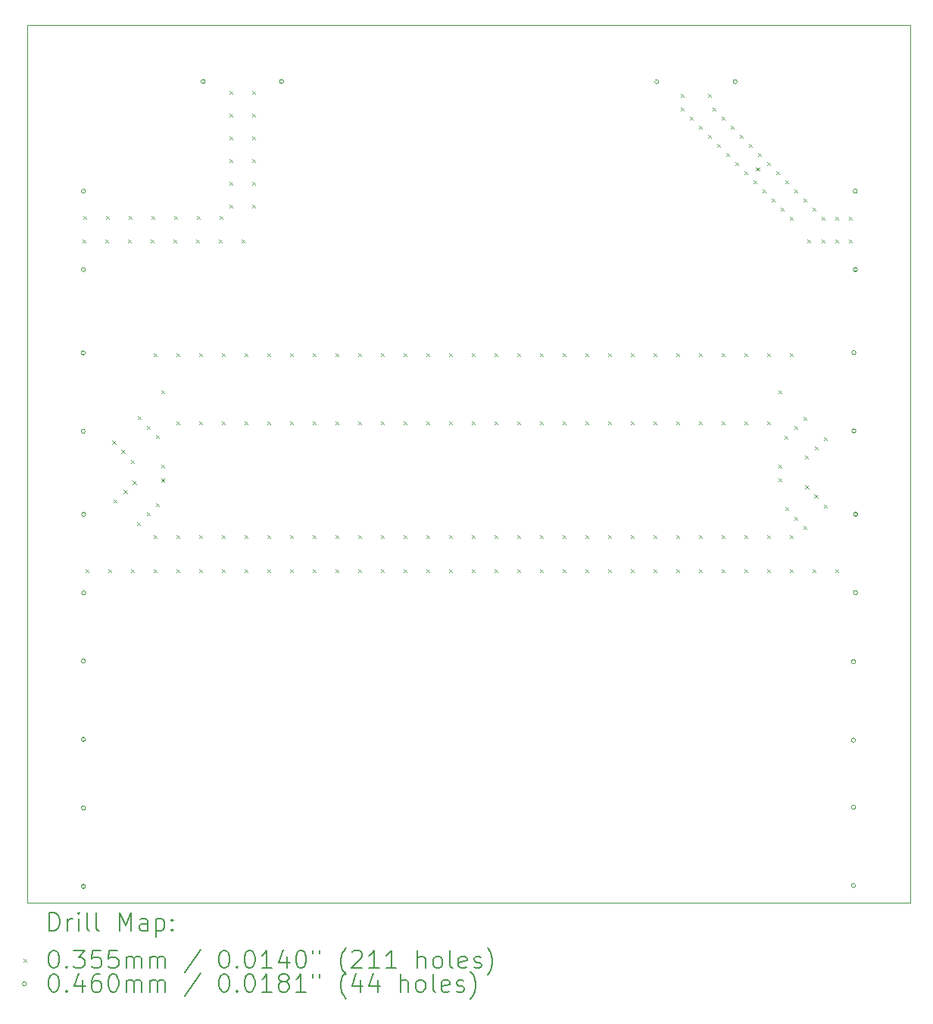
<source format=gbr>
%FSLAX45Y45*%
G04 Gerber Fmt 4.5, Leading zero omitted, Abs format (unit mm)*
G04 Created by KiCad (PCBNEW (6.0.1)) date 2022-06-06 21:42:32*
%MOMM*%
%LPD*%
G01*
G04 APERTURE LIST*
%TA.AperFunction,Profile*%
%ADD10C,0.100000*%
%TD*%
%ADD11C,0.200000*%
%ADD12C,0.035500*%
%ADD13C,0.046000*%
G04 APERTURE END LIST*
D10*
X5422900Y-6474460D02*
X15298420Y-6474460D01*
X15298420Y-6474460D02*
X15298420Y-16276320D01*
X15298420Y-16276320D02*
X5422900Y-16276320D01*
X5422900Y-16276320D02*
X5422900Y-6474460D01*
D11*
D12*
X6045650Y-8870910D02*
X6081150Y-8906410D01*
X6081150Y-8870910D02*
X6045650Y-8906410D01*
X6048750Y-8605610D02*
X6084250Y-8641110D01*
X6084250Y-8605610D02*
X6048750Y-8641110D01*
X6078250Y-12555250D02*
X6113750Y-12590750D01*
X6113750Y-12555250D02*
X6078250Y-12590750D01*
X6299650Y-8870910D02*
X6335150Y-8906410D01*
X6335150Y-8870910D02*
X6299650Y-8906410D01*
X6302750Y-8605610D02*
X6338250Y-8641110D01*
X6338250Y-8605610D02*
X6302750Y-8641110D01*
X6332250Y-12555250D02*
X6367750Y-12590750D01*
X6367750Y-12555250D02*
X6332250Y-12590750D01*
X6377650Y-11117650D02*
X6413150Y-11153150D01*
X6413150Y-11117650D02*
X6377650Y-11153150D01*
X6392490Y-11774295D02*
X6427990Y-11809795D01*
X6427990Y-11774295D02*
X6392490Y-11809795D01*
X6479250Y-11219250D02*
X6514750Y-11254750D01*
X6514750Y-11219250D02*
X6479250Y-11254750D01*
X6504250Y-11668250D02*
X6539750Y-11703750D01*
X6539750Y-11668250D02*
X6504250Y-11703750D01*
X6553650Y-8870910D02*
X6589150Y-8906410D01*
X6589150Y-8870910D02*
X6553650Y-8906410D01*
X6556750Y-8605610D02*
X6592250Y-8641110D01*
X6592250Y-8605610D02*
X6556750Y-8641110D01*
X6585295Y-11331010D02*
X6620795Y-11366510D01*
X6620795Y-11331010D02*
X6585295Y-11366510D01*
X6586250Y-12555250D02*
X6621750Y-12590750D01*
X6621750Y-12555250D02*
X6586250Y-12590750D01*
X6605850Y-11566650D02*
X6641350Y-11602150D01*
X6641350Y-11566650D02*
X6605850Y-11602150D01*
X6652290Y-12026295D02*
X6687790Y-12061795D01*
X6687790Y-12026295D02*
X6652290Y-12061795D01*
X6658005Y-10843290D02*
X6693505Y-10878790D01*
X6693505Y-10843290D02*
X6658005Y-10878790D01*
X6764050Y-10955050D02*
X6799550Y-10990550D01*
X6799550Y-10955050D02*
X6764050Y-10990550D01*
X6764050Y-11920250D02*
X6799550Y-11955750D01*
X6799550Y-11920250D02*
X6764050Y-11955750D01*
X6807650Y-8870910D02*
X6843150Y-8906410D01*
X6843150Y-8870910D02*
X6807650Y-8906410D01*
X6810750Y-8605610D02*
X6846250Y-8641110D01*
X6846250Y-8605610D02*
X6810750Y-8641110D01*
X6840250Y-10142250D02*
X6875750Y-10177750D01*
X6875750Y-10142250D02*
X6840250Y-10177750D01*
X6840250Y-12174250D02*
X6875750Y-12209750D01*
X6875750Y-12174250D02*
X6840250Y-12209750D01*
X6840250Y-12555250D02*
X6875750Y-12590750D01*
X6875750Y-12555250D02*
X6840250Y-12590750D01*
X6865650Y-11056650D02*
X6901150Y-11092150D01*
X6901150Y-11056650D02*
X6865650Y-11092150D01*
X6865650Y-11818650D02*
X6901150Y-11854150D01*
X6901150Y-11818650D02*
X6865650Y-11854150D01*
X6925250Y-10558250D02*
X6960750Y-10593750D01*
X6960750Y-10558250D02*
X6925250Y-10593750D01*
X6925340Y-11541155D02*
X6960840Y-11576655D01*
X6960840Y-11541155D02*
X6925340Y-11576655D01*
X6925975Y-11385580D02*
X6961475Y-11421080D01*
X6961475Y-11385580D02*
X6925975Y-11421080D01*
X7061650Y-8870910D02*
X7097150Y-8906410D01*
X7097150Y-8870910D02*
X7061650Y-8906410D01*
X7064750Y-8605610D02*
X7100250Y-8641110D01*
X7100250Y-8605610D02*
X7064750Y-8641110D01*
X7094250Y-10142250D02*
X7129750Y-10177750D01*
X7129750Y-10142250D02*
X7094250Y-10177750D01*
X7094250Y-10904250D02*
X7129750Y-10939750D01*
X7129750Y-10904250D02*
X7094250Y-10939750D01*
X7094250Y-12174250D02*
X7129750Y-12209750D01*
X7129750Y-12174250D02*
X7094250Y-12209750D01*
X7094250Y-12555250D02*
X7129750Y-12590750D01*
X7129750Y-12555250D02*
X7094250Y-12590750D01*
X7315650Y-8870910D02*
X7351150Y-8906410D01*
X7351150Y-8870910D02*
X7315650Y-8906410D01*
X7318750Y-8605610D02*
X7354250Y-8641110D01*
X7354250Y-8605610D02*
X7318750Y-8641110D01*
X7348250Y-10142250D02*
X7383750Y-10177750D01*
X7383750Y-10142250D02*
X7348250Y-10177750D01*
X7348250Y-10904250D02*
X7383750Y-10939750D01*
X7383750Y-10904250D02*
X7348250Y-10939750D01*
X7348250Y-12174250D02*
X7383750Y-12209750D01*
X7383750Y-12174250D02*
X7348250Y-12209750D01*
X7348250Y-12555250D02*
X7383750Y-12590750D01*
X7383750Y-12555250D02*
X7348250Y-12590750D01*
X7569650Y-8870910D02*
X7605150Y-8906410D01*
X7605150Y-8870910D02*
X7569650Y-8906410D01*
X7572750Y-8605610D02*
X7608250Y-8641110D01*
X7608250Y-8605610D02*
X7572750Y-8641110D01*
X7602250Y-10142250D02*
X7637750Y-10177750D01*
X7637750Y-10142250D02*
X7602250Y-10177750D01*
X7602250Y-10904250D02*
X7637750Y-10939750D01*
X7637750Y-10904250D02*
X7602250Y-10939750D01*
X7602250Y-12174250D02*
X7637750Y-12209750D01*
X7637750Y-12174250D02*
X7602250Y-12209750D01*
X7602250Y-12555250D02*
X7637750Y-12590750D01*
X7637750Y-12555250D02*
X7602250Y-12590750D01*
X7686350Y-7213310D02*
X7721850Y-7248810D01*
X7721850Y-7213310D02*
X7686350Y-7248810D01*
X7686350Y-7467310D02*
X7721850Y-7502810D01*
X7721850Y-7467310D02*
X7686350Y-7502810D01*
X7686350Y-7721310D02*
X7721850Y-7756810D01*
X7721850Y-7721310D02*
X7686350Y-7756810D01*
X7686350Y-7975310D02*
X7721850Y-8010810D01*
X7721850Y-7975310D02*
X7686350Y-8010810D01*
X7686350Y-8229310D02*
X7721850Y-8264810D01*
X7721850Y-8229310D02*
X7686350Y-8264810D01*
X7686350Y-8483310D02*
X7721850Y-8518810D01*
X7721850Y-8483310D02*
X7686350Y-8518810D01*
X7823650Y-8870910D02*
X7859150Y-8906410D01*
X7859150Y-8870910D02*
X7823650Y-8906410D01*
X7856250Y-10142250D02*
X7891750Y-10177750D01*
X7891750Y-10142250D02*
X7856250Y-10177750D01*
X7856250Y-10904250D02*
X7891750Y-10939750D01*
X7891750Y-10904250D02*
X7856250Y-10939750D01*
X7856250Y-12174250D02*
X7891750Y-12209750D01*
X7891750Y-12174250D02*
X7856250Y-12209750D01*
X7856250Y-12555250D02*
X7891750Y-12590750D01*
X7891750Y-12555250D02*
X7856250Y-12590750D01*
X7939650Y-7213010D02*
X7975150Y-7248510D01*
X7975150Y-7213010D02*
X7939650Y-7248510D01*
X7939650Y-7467010D02*
X7975150Y-7502510D01*
X7975150Y-7467010D02*
X7939650Y-7502510D01*
X7939650Y-7721010D02*
X7975150Y-7756510D01*
X7975150Y-7721010D02*
X7939650Y-7756510D01*
X7939650Y-7975010D02*
X7975150Y-8010510D01*
X7975150Y-7975010D02*
X7939650Y-8010510D01*
X7939650Y-8229010D02*
X7975150Y-8264510D01*
X7975150Y-8229010D02*
X7939650Y-8264510D01*
X7939650Y-8483010D02*
X7975150Y-8518510D01*
X7975150Y-8483010D02*
X7939650Y-8518510D01*
X8110250Y-10142250D02*
X8145750Y-10177750D01*
X8145750Y-10142250D02*
X8110250Y-10177750D01*
X8110250Y-10904250D02*
X8145750Y-10939750D01*
X8145750Y-10904250D02*
X8110250Y-10939750D01*
X8110250Y-12174250D02*
X8145750Y-12209750D01*
X8145750Y-12174250D02*
X8110250Y-12209750D01*
X8110250Y-12555250D02*
X8145750Y-12590750D01*
X8145750Y-12555250D02*
X8110250Y-12590750D01*
X8364250Y-10142250D02*
X8399750Y-10177750D01*
X8399750Y-10142250D02*
X8364250Y-10177750D01*
X8364250Y-10904250D02*
X8399750Y-10939750D01*
X8399750Y-10904250D02*
X8364250Y-10939750D01*
X8364250Y-12174250D02*
X8399750Y-12209750D01*
X8399750Y-12174250D02*
X8364250Y-12209750D01*
X8364250Y-12555250D02*
X8399750Y-12590750D01*
X8399750Y-12555250D02*
X8364250Y-12590750D01*
X8618250Y-10142250D02*
X8653750Y-10177750D01*
X8653750Y-10142250D02*
X8618250Y-10177750D01*
X8618250Y-10904250D02*
X8653750Y-10939750D01*
X8653750Y-10904250D02*
X8618250Y-10939750D01*
X8618250Y-12174250D02*
X8653750Y-12209750D01*
X8653750Y-12174250D02*
X8618250Y-12209750D01*
X8618250Y-12555250D02*
X8653750Y-12590750D01*
X8653750Y-12555250D02*
X8618250Y-12590750D01*
X8872250Y-10142250D02*
X8907750Y-10177750D01*
X8907750Y-10142250D02*
X8872250Y-10177750D01*
X8872250Y-10904250D02*
X8907750Y-10939750D01*
X8907750Y-10904250D02*
X8872250Y-10939750D01*
X8872250Y-12174250D02*
X8907750Y-12209750D01*
X8907750Y-12174250D02*
X8872250Y-12209750D01*
X8872250Y-12555250D02*
X8907750Y-12590750D01*
X8907750Y-12555250D02*
X8872250Y-12590750D01*
X9126250Y-10142250D02*
X9161750Y-10177750D01*
X9161750Y-10142250D02*
X9126250Y-10177750D01*
X9126250Y-10904250D02*
X9161750Y-10939750D01*
X9161750Y-10904250D02*
X9126250Y-10939750D01*
X9126250Y-12174250D02*
X9161750Y-12209750D01*
X9161750Y-12174250D02*
X9126250Y-12209750D01*
X9126250Y-12555250D02*
X9161750Y-12590750D01*
X9161750Y-12555250D02*
X9126250Y-12590750D01*
X9380250Y-10142250D02*
X9415750Y-10177750D01*
X9415750Y-10142250D02*
X9380250Y-10177750D01*
X9380250Y-10904250D02*
X9415750Y-10939750D01*
X9415750Y-10904250D02*
X9380250Y-10939750D01*
X9380250Y-12174250D02*
X9415750Y-12209750D01*
X9415750Y-12174250D02*
X9380250Y-12209750D01*
X9380250Y-12555250D02*
X9415750Y-12590750D01*
X9415750Y-12555250D02*
X9380250Y-12590750D01*
X9634250Y-10142250D02*
X9669750Y-10177750D01*
X9669750Y-10142250D02*
X9634250Y-10177750D01*
X9634250Y-10904250D02*
X9669750Y-10939750D01*
X9669750Y-10904250D02*
X9634250Y-10939750D01*
X9634250Y-12174250D02*
X9669750Y-12209750D01*
X9669750Y-12174250D02*
X9634250Y-12209750D01*
X9634250Y-12555250D02*
X9669750Y-12590750D01*
X9669750Y-12555250D02*
X9634250Y-12590750D01*
X9888250Y-10142250D02*
X9923750Y-10177750D01*
X9923750Y-10142250D02*
X9888250Y-10177750D01*
X9888250Y-10904250D02*
X9923750Y-10939750D01*
X9923750Y-10904250D02*
X9888250Y-10939750D01*
X9888250Y-12174250D02*
X9923750Y-12209750D01*
X9923750Y-12174250D02*
X9888250Y-12209750D01*
X9888250Y-12555250D02*
X9923750Y-12590750D01*
X9923750Y-12555250D02*
X9888250Y-12590750D01*
X10142250Y-10142250D02*
X10177750Y-10177750D01*
X10177750Y-10142250D02*
X10142250Y-10177750D01*
X10142250Y-10904250D02*
X10177750Y-10939750D01*
X10177750Y-10904250D02*
X10142250Y-10939750D01*
X10142250Y-12174250D02*
X10177750Y-12209750D01*
X10177750Y-12174250D02*
X10142250Y-12209750D01*
X10142250Y-12555250D02*
X10177750Y-12590750D01*
X10177750Y-12555250D02*
X10142250Y-12590750D01*
X10396250Y-10142250D02*
X10431750Y-10177750D01*
X10431750Y-10142250D02*
X10396250Y-10177750D01*
X10396250Y-10904250D02*
X10431750Y-10939750D01*
X10431750Y-10904250D02*
X10396250Y-10939750D01*
X10396250Y-12174250D02*
X10431750Y-12209750D01*
X10431750Y-12174250D02*
X10396250Y-12209750D01*
X10396250Y-12555250D02*
X10431750Y-12590750D01*
X10431750Y-12555250D02*
X10396250Y-12590750D01*
X10650250Y-10142250D02*
X10685750Y-10177750D01*
X10685750Y-10142250D02*
X10650250Y-10177750D01*
X10650250Y-10904250D02*
X10685750Y-10939750D01*
X10685750Y-10904250D02*
X10650250Y-10939750D01*
X10650250Y-12174250D02*
X10685750Y-12209750D01*
X10685750Y-12174250D02*
X10650250Y-12209750D01*
X10650250Y-12555250D02*
X10685750Y-12590750D01*
X10685750Y-12555250D02*
X10650250Y-12590750D01*
X10904250Y-10142250D02*
X10939750Y-10177750D01*
X10939750Y-10142250D02*
X10904250Y-10177750D01*
X10904250Y-10904250D02*
X10939750Y-10939750D01*
X10939750Y-10904250D02*
X10904250Y-10939750D01*
X10904250Y-12174250D02*
X10939750Y-12209750D01*
X10939750Y-12174250D02*
X10904250Y-12209750D01*
X10904250Y-12555250D02*
X10939750Y-12590750D01*
X10939750Y-12555250D02*
X10904250Y-12590750D01*
X11158250Y-10142250D02*
X11193750Y-10177750D01*
X11193750Y-10142250D02*
X11158250Y-10177750D01*
X11158250Y-10904250D02*
X11193750Y-10939750D01*
X11193750Y-10904250D02*
X11158250Y-10939750D01*
X11158250Y-12174250D02*
X11193750Y-12209750D01*
X11193750Y-12174250D02*
X11158250Y-12209750D01*
X11158250Y-12555250D02*
X11193750Y-12590750D01*
X11193750Y-12555250D02*
X11158250Y-12590750D01*
X11412250Y-10142250D02*
X11447750Y-10177750D01*
X11447750Y-10142250D02*
X11412250Y-10177750D01*
X11412250Y-10904250D02*
X11447750Y-10939750D01*
X11447750Y-10904250D02*
X11412250Y-10939750D01*
X11412250Y-12174250D02*
X11447750Y-12209750D01*
X11447750Y-12174250D02*
X11412250Y-12209750D01*
X11412250Y-12555250D02*
X11447750Y-12590750D01*
X11447750Y-12555250D02*
X11412250Y-12590750D01*
X11666250Y-10142250D02*
X11701750Y-10177750D01*
X11701750Y-10142250D02*
X11666250Y-10177750D01*
X11666250Y-10904250D02*
X11701750Y-10939750D01*
X11701750Y-10904250D02*
X11666250Y-10939750D01*
X11666250Y-12174250D02*
X11701750Y-12209750D01*
X11701750Y-12174250D02*
X11666250Y-12209750D01*
X11666250Y-12555250D02*
X11701750Y-12590750D01*
X11701750Y-12555250D02*
X11666250Y-12590750D01*
X11920250Y-10142250D02*
X11955750Y-10177750D01*
X11955750Y-10142250D02*
X11920250Y-10177750D01*
X11920250Y-10904250D02*
X11955750Y-10939750D01*
X11955750Y-10904250D02*
X11920250Y-10939750D01*
X11920250Y-12174250D02*
X11955750Y-12209750D01*
X11955750Y-12174250D02*
X11920250Y-12209750D01*
X11920250Y-12555250D02*
X11955750Y-12590750D01*
X11955750Y-12555250D02*
X11920250Y-12590750D01*
X12174250Y-10142250D02*
X12209750Y-10177750D01*
X12209750Y-10142250D02*
X12174250Y-10177750D01*
X12174250Y-10904250D02*
X12209750Y-10939750D01*
X12209750Y-10904250D02*
X12174250Y-10939750D01*
X12174250Y-12174250D02*
X12209750Y-12209750D01*
X12209750Y-12174250D02*
X12174250Y-12209750D01*
X12174250Y-12555250D02*
X12209750Y-12590750D01*
X12209750Y-12555250D02*
X12174250Y-12590750D01*
X12428250Y-10142250D02*
X12463750Y-10177750D01*
X12463750Y-10142250D02*
X12428250Y-10177750D01*
X12428250Y-10904250D02*
X12463750Y-10939750D01*
X12463750Y-10904250D02*
X12428250Y-10939750D01*
X12428250Y-12174250D02*
X12463750Y-12209750D01*
X12463750Y-12174250D02*
X12428250Y-12209750D01*
X12428250Y-12555250D02*
X12463750Y-12590750D01*
X12463750Y-12555250D02*
X12428250Y-12590750D01*
X12682250Y-10142250D02*
X12717750Y-10177750D01*
X12717750Y-10142250D02*
X12682250Y-10177750D01*
X12682250Y-10904250D02*
X12717750Y-10939750D01*
X12717750Y-10904250D02*
X12682250Y-10939750D01*
X12682250Y-12174250D02*
X12717750Y-12209750D01*
X12717750Y-12174250D02*
X12682250Y-12209750D01*
X12682250Y-12555250D02*
X12717750Y-12590750D01*
X12717750Y-12555250D02*
X12682250Y-12590750D01*
X12733050Y-7246650D02*
X12768550Y-7282150D01*
X12768550Y-7246650D02*
X12733050Y-7282150D01*
X12733050Y-7399050D02*
X12768550Y-7434550D01*
X12768550Y-7399050D02*
X12733050Y-7434550D01*
X12834650Y-7500650D02*
X12870150Y-7536150D01*
X12870150Y-7500650D02*
X12834650Y-7536150D01*
X12936250Y-7602250D02*
X12971750Y-7637750D01*
X12971750Y-7602250D02*
X12936250Y-7637750D01*
X12936250Y-10142250D02*
X12971750Y-10177750D01*
X12971750Y-10142250D02*
X12936250Y-10177750D01*
X12936250Y-10904250D02*
X12971750Y-10939750D01*
X12971750Y-10904250D02*
X12936250Y-10939750D01*
X12936250Y-12174250D02*
X12971750Y-12209750D01*
X12971750Y-12174250D02*
X12936250Y-12209750D01*
X12936250Y-12555250D02*
X12971750Y-12590750D01*
X12971750Y-12555250D02*
X12936250Y-12590750D01*
X13037850Y-7246650D02*
X13073350Y-7282150D01*
X13073350Y-7246650D02*
X13037850Y-7282150D01*
X13037850Y-7703850D02*
X13073350Y-7739350D01*
X13073350Y-7703850D02*
X13037850Y-7739350D01*
X13088650Y-7399050D02*
X13124150Y-7434550D01*
X13124150Y-7399050D02*
X13088650Y-7434550D01*
X13139450Y-7805450D02*
X13174950Y-7840950D01*
X13174950Y-7805450D02*
X13139450Y-7840950D01*
X13190250Y-7500650D02*
X13225750Y-7536150D01*
X13225750Y-7500650D02*
X13190250Y-7536150D01*
X13190250Y-10142250D02*
X13225750Y-10177750D01*
X13225750Y-10142250D02*
X13190250Y-10177750D01*
X13190250Y-10904250D02*
X13225750Y-10939750D01*
X13225750Y-10904250D02*
X13190250Y-10939750D01*
X13190250Y-12174250D02*
X13225750Y-12209750D01*
X13225750Y-12174250D02*
X13190250Y-12209750D01*
X13190250Y-12555250D02*
X13225750Y-12590750D01*
X13225750Y-12555250D02*
X13190250Y-12590750D01*
X13241050Y-7907050D02*
X13276550Y-7942550D01*
X13276550Y-7907050D02*
X13241050Y-7942550D01*
X13291850Y-7602250D02*
X13327350Y-7637750D01*
X13327350Y-7602250D02*
X13291850Y-7637750D01*
X13342650Y-8008650D02*
X13378150Y-8044150D01*
X13378150Y-8008650D02*
X13342650Y-8044150D01*
X13393450Y-7703850D02*
X13428950Y-7739350D01*
X13428950Y-7703850D02*
X13393450Y-7739350D01*
X13444250Y-8110250D02*
X13479750Y-8145750D01*
X13479750Y-8110250D02*
X13444250Y-8145750D01*
X13444250Y-10142250D02*
X13479750Y-10177750D01*
X13479750Y-10142250D02*
X13444250Y-10177750D01*
X13444250Y-10904250D02*
X13479750Y-10939750D01*
X13479750Y-10904250D02*
X13444250Y-10939750D01*
X13444250Y-12174250D02*
X13479750Y-12209750D01*
X13479750Y-12174250D02*
X13444250Y-12209750D01*
X13444250Y-12555250D02*
X13479750Y-12590750D01*
X13479750Y-12555250D02*
X13444250Y-12590750D01*
X13495050Y-7805450D02*
X13530550Y-7840950D01*
X13530550Y-7805450D02*
X13495050Y-7840950D01*
X13545850Y-8211850D02*
X13581350Y-8247350D01*
X13581350Y-8211850D02*
X13545850Y-8247350D01*
X13574750Y-8066750D02*
X13610250Y-8102250D01*
X13610250Y-8066750D02*
X13574750Y-8102250D01*
X13596650Y-7907050D02*
X13632150Y-7942550D01*
X13632150Y-7907050D02*
X13596650Y-7942550D01*
X13647450Y-8313450D02*
X13682950Y-8348950D01*
X13682950Y-8313450D02*
X13647450Y-8348950D01*
X13698250Y-8008650D02*
X13733750Y-8044150D01*
X13733750Y-8008650D02*
X13698250Y-8044150D01*
X13698250Y-10142250D02*
X13733750Y-10177750D01*
X13733750Y-10142250D02*
X13698250Y-10177750D01*
X13698250Y-10904250D02*
X13733750Y-10939750D01*
X13733750Y-10904250D02*
X13698250Y-10939750D01*
X13698250Y-12174250D02*
X13733750Y-12209750D01*
X13733750Y-12174250D02*
X13698250Y-12209750D01*
X13698250Y-12555250D02*
X13733750Y-12590750D01*
X13733750Y-12555250D02*
X13698250Y-12590750D01*
X13749050Y-8415050D02*
X13784550Y-8450550D01*
X13784550Y-8415050D02*
X13749050Y-8450550D01*
X13799850Y-8110250D02*
X13835350Y-8145750D01*
X13835350Y-8110250D02*
X13799850Y-8145750D01*
X13822075Y-11539885D02*
X13857575Y-11575385D01*
X13857575Y-11539885D02*
X13822075Y-11575385D01*
X13822250Y-10558250D02*
X13857750Y-10593750D01*
X13857750Y-10558250D02*
X13822250Y-10593750D01*
X13822710Y-11384310D02*
X13858210Y-11419810D01*
X13858210Y-11384310D02*
X13822710Y-11419810D01*
X13850650Y-8516650D02*
X13886150Y-8552150D01*
X13886150Y-8516650D02*
X13850650Y-8552150D01*
X13891290Y-11061095D02*
X13926790Y-11096595D01*
X13926790Y-11061095D02*
X13891290Y-11096595D01*
X13897005Y-11859290D02*
X13932505Y-11894790D01*
X13932505Y-11859290D02*
X13897005Y-11894790D01*
X13901450Y-8211850D02*
X13936950Y-8247350D01*
X13936950Y-8211850D02*
X13901450Y-8247350D01*
X13952250Y-8618250D02*
X13987750Y-8653750D01*
X13987750Y-8618250D02*
X13952250Y-8653750D01*
X13952250Y-10142250D02*
X13987750Y-10177750D01*
X13987750Y-10142250D02*
X13952250Y-10177750D01*
X13952250Y-12174250D02*
X13987750Y-12209750D01*
X13987750Y-12174250D02*
X13952250Y-12209750D01*
X13952250Y-12555250D02*
X13987750Y-12590750D01*
X13987750Y-12555250D02*
X13952250Y-12590750D01*
X14003050Y-8313450D02*
X14038550Y-8348950D01*
X14038550Y-8313450D02*
X14003050Y-8348950D01*
X14003050Y-10955050D02*
X14038550Y-10990550D01*
X14038550Y-10955050D02*
X14003050Y-10990550D01*
X14003050Y-11971050D02*
X14038550Y-12006550D01*
X14038550Y-11971050D02*
X14003050Y-12006550D01*
X14104650Y-8415050D02*
X14140150Y-8450550D01*
X14140150Y-8415050D02*
X14104650Y-8450550D01*
X14104650Y-10853450D02*
X14140150Y-10888950D01*
X14140150Y-10853450D02*
X14104650Y-10888950D01*
X14104650Y-12072650D02*
X14140150Y-12108150D01*
X14140150Y-12072650D02*
X14104650Y-12108150D01*
X14120490Y-11286295D02*
X14155990Y-11321795D01*
X14155990Y-11286295D02*
X14120490Y-11321795D01*
X14124650Y-11618650D02*
X14160150Y-11654150D01*
X14160150Y-11618650D02*
X14124650Y-11654150D01*
X14147150Y-8872550D02*
X14182650Y-8908050D01*
X14182650Y-8872550D02*
X14147150Y-8908050D01*
X14206250Y-8516650D02*
X14241750Y-8552150D01*
X14241750Y-8516650D02*
X14206250Y-8552150D01*
X14206250Y-12555250D02*
X14241750Y-12590750D01*
X14241750Y-12555250D02*
X14206250Y-12590750D01*
X14226250Y-11720250D02*
X14261750Y-11755750D01*
X14261750Y-11720250D02*
X14226250Y-11755750D01*
X14232250Y-11180250D02*
X14267750Y-11215750D01*
X14267750Y-11180250D02*
X14232250Y-11215750D01*
X14307850Y-8618250D02*
X14343350Y-8653750D01*
X14343350Y-8618250D02*
X14307850Y-8653750D01*
X14307850Y-8872250D02*
X14343350Y-8907750D01*
X14343350Y-8872250D02*
X14307850Y-8907750D01*
X14332295Y-11832010D02*
X14367795Y-11867510D01*
X14367795Y-11832010D02*
X14332295Y-11867510D01*
X14333850Y-11078650D02*
X14369350Y-11114150D01*
X14369350Y-11078650D02*
X14333850Y-11114150D01*
X14460250Y-8618250D02*
X14495750Y-8653750D01*
X14495750Y-8618250D02*
X14460250Y-8653750D01*
X14460250Y-8872250D02*
X14495750Y-8907750D01*
X14495750Y-8872250D02*
X14460250Y-8907750D01*
X14460250Y-12555250D02*
X14495750Y-12590750D01*
X14495750Y-12555250D02*
X14460250Y-12590750D01*
X14612650Y-8618250D02*
X14648150Y-8653750D01*
X14648150Y-8618250D02*
X14612650Y-8653750D01*
X14612650Y-8872250D02*
X14648150Y-8907750D01*
X14648150Y-8872250D02*
X14612650Y-8907750D01*
D13*
X6073745Y-10137290D02*
G75*
G03*
X6073745Y-10137290I-23000J0D01*
G01*
X6073745Y-11013290D02*
G75*
G03*
X6073745Y-11013290I-23000J0D01*
G01*
X6074345Y-10137290D02*
G75*
G03*
X6074345Y-10137290I-23000J0D01*
G01*
X6074345Y-11013290D02*
G75*
G03*
X6074345Y-11013290I-23000J0D01*
G01*
X6075700Y-13581680D02*
G75*
G03*
X6075700Y-13581680I-23000J0D01*
G01*
X6075700Y-14457680D02*
G75*
G03*
X6075700Y-14457680I-23000J0D01*
G01*
X6076200Y-8331500D02*
G75*
G03*
X6076200Y-8331500I-23000J0D01*
G01*
X6076200Y-9207500D02*
G75*
G03*
X6076200Y-9207500I-23000J0D01*
G01*
X6076285Y-15220465D02*
G75*
G03*
X6076285Y-15220465I-23000J0D01*
G01*
X6076285Y-16096465D02*
G75*
G03*
X6076285Y-16096465I-23000J0D01*
G01*
X6076370Y-13578990D02*
G75*
G03*
X6076370Y-13578990I-23000J0D01*
G01*
X6076370Y-14454990D02*
G75*
G03*
X6076370Y-14454990I-23000J0D01*
G01*
X6076700Y-8331400D02*
G75*
G03*
X6076700Y-8331400I-23000J0D01*
G01*
X6076700Y-9207400D02*
G75*
G03*
X6076700Y-9207400I-23000J0D01*
G01*
X6078240Y-15222520D02*
G75*
G03*
X6078240Y-15222520I-23000J0D01*
G01*
X6078240Y-16098520D02*
G75*
G03*
X6078240Y-16098520I-23000J0D01*
G01*
X6079900Y-11942100D02*
G75*
G03*
X6079900Y-11942100I-23000J0D01*
G01*
X6079900Y-12818100D02*
G75*
G03*
X6079900Y-12818100I-23000J0D01*
G01*
X6080060Y-11942000D02*
G75*
G03*
X6080060Y-11942000I-23000J0D01*
G01*
X6080060Y-12818000D02*
G75*
G03*
X6080060Y-12818000I-23000J0D01*
G01*
X7415500Y-7106400D02*
G75*
G03*
X7415500Y-7106400I-23000J0D01*
G01*
X8291500Y-7106400D02*
G75*
G03*
X8291500Y-7106400I-23000J0D01*
G01*
X12486800Y-7107500D02*
G75*
G03*
X12486800Y-7107500I-23000J0D01*
G01*
X13362800Y-7107500D02*
G75*
G03*
X13362800Y-7107500I-23000J0D01*
G01*
X14685320Y-13589300D02*
G75*
G03*
X14685320Y-13589300I-23000J0D01*
G01*
X14685320Y-14465300D02*
G75*
G03*
X14685320Y-14465300I-23000J0D01*
G01*
X14685320Y-15212360D02*
G75*
G03*
X14685320Y-15212360I-23000J0D01*
G01*
X14685320Y-16088360D02*
G75*
G03*
X14685320Y-16088360I-23000J0D01*
G01*
X14685870Y-13587880D02*
G75*
G03*
X14685870Y-13587880I-23000J0D01*
G01*
X14685870Y-14463880D02*
G75*
G03*
X14685870Y-14463880I-23000J0D01*
G01*
X14685990Y-15212210D02*
G75*
G03*
X14685990Y-15212210I-23000J0D01*
G01*
X14685990Y-16088210D02*
G75*
G03*
X14685990Y-16088210I-23000J0D01*
G01*
X14690435Y-10133480D02*
G75*
G03*
X14690435Y-10133480I-23000J0D01*
G01*
X14690435Y-10134115D02*
G75*
G03*
X14690435Y-10134115I-23000J0D01*
G01*
X14690435Y-11009480D02*
G75*
G03*
X14690435Y-11009480I-23000J0D01*
G01*
X14690435Y-11010115D02*
G75*
G03*
X14690435Y-11010115I-23000J0D01*
G01*
X14706400Y-8331400D02*
G75*
G03*
X14706400Y-8331400I-23000J0D01*
G01*
X14706400Y-9207400D02*
G75*
G03*
X14706400Y-9207400I-23000J0D01*
G01*
X14706500Y-8330200D02*
G75*
G03*
X14706500Y-8330200I-23000J0D01*
G01*
X14706500Y-9206200D02*
G75*
G03*
X14706500Y-9206200I-23000J0D01*
G01*
X14708730Y-11939420D02*
G75*
G03*
X14708730Y-11939420I-23000J0D01*
G01*
X14708730Y-12815420D02*
G75*
G03*
X14708730Y-12815420I-23000J0D01*
G01*
X14709485Y-11941960D02*
G75*
G03*
X14709485Y-11941960I-23000J0D01*
G01*
X14709485Y-12817960D02*
G75*
G03*
X14709485Y-12817960I-23000J0D01*
G01*
D11*
X5675519Y-16591796D02*
X5675519Y-16391796D01*
X5723138Y-16391796D01*
X5751709Y-16401320D01*
X5770757Y-16420368D01*
X5780281Y-16439415D01*
X5789805Y-16477510D01*
X5789805Y-16506082D01*
X5780281Y-16544177D01*
X5770757Y-16563225D01*
X5751709Y-16582272D01*
X5723138Y-16591796D01*
X5675519Y-16591796D01*
X5875519Y-16591796D02*
X5875519Y-16458463D01*
X5875519Y-16496558D02*
X5885043Y-16477510D01*
X5894567Y-16467987D01*
X5913614Y-16458463D01*
X5932662Y-16458463D01*
X5999328Y-16591796D02*
X5999328Y-16458463D01*
X5999328Y-16391796D02*
X5989805Y-16401320D01*
X5999328Y-16410844D01*
X6008852Y-16401320D01*
X5999328Y-16391796D01*
X5999328Y-16410844D01*
X6123138Y-16591796D02*
X6104090Y-16582272D01*
X6094567Y-16563225D01*
X6094567Y-16391796D01*
X6227900Y-16591796D02*
X6208852Y-16582272D01*
X6199328Y-16563225D01*
X6199328Y-16391796D01*
X6456471Y-16591796D02*
X6456471Y-16391796D01*
X6523138Y-16534653D01*
X6589805Y-16391796D01*
X6589805Y-16591796D01*
X6770757Y-16591796D02*
X6770757Y-16487034D01*
X6761233Y-16467987D01*
X6742186Y-16458463D01*
X6704090Y-16458463D01*
X6685043Y-16467987D01*
X6770757Y-16582272D02*
X6751709Y-16591796D01*
X6704090Y-16591796D01*
X6685043Y-16582272D01*
X6675519Y-16563225D01*
X6675519Y-16544177D01*
X6685043Y-16525129D01*
X6704090Y-16515606D01*
X6751709Y-16515606D01*
X6770757Y-16506082D01*
X6865995Y-16458463D02*
X6865995Y-16658463D01*
X6865995Y-16467987D02*
X6885043Y-16458463D01*
X6923138Y-16458463D01*
X6942186Y-16467987D01*
X6951709Y-16477510D01*
X6961233Y-16496558D01*
X6961233Y-16553701D01*
X6951709Y-16572748D01*
X6942186Y-16582272D01*
X6923138Y-16591796D01*
X6885043Y-16591796D01*
X6865995Y-16582272D01*
X7046948Y-16572748D02*
X7056471Y-16582272D01*
X7046948Y-16591796D01*
X7037424Y-16582272D01*
X7046948Y-16572748D01*
X7046948Y-16591796D01*
X7046948Y-16467987D02*
X7056471Y-16477510D01*
X7046948Y-16487034D01*
X7037424Y-16477510D01*
X7046948Y-16467987D01*
X7046948Y-16487034D01*
D12*
X5382400Y-16903570D02*
X5417900Y-16939070D01*
X5417900Y-16903570D02*
X5382400Y-16939070D01*
D11*
X5713614Y-16811796D02*
X5732662Y-16811796D01*
X5751709Y-16821320D01*
X5761233Y-16830844D01*
X5770757Y-16849891D01*
X5780281Y-16887987D01*
X5780281Y-16935606D01*
X5770757Y-16973701D01*
X5761233Y-16992749D01*
X5751709Y-17002272D01*
X5732662Y-17011796D01*
X5713614Y-17011796D01*
X5694567Y-17002272D01*
X5685043Y-16992749D01*
X5675519Y-16973701D01*
X5665995Y-16935606D01*
X5665995Y-16887987D01*
X5675519Y-16849891D01*
X5685043Y-16830844D01*
X5694567Y-16821320D01*
X5713614Y-16811796D01*
X5865995Y-16992749D02*
X5875519Y-17002272D01*
X5865995Y-17011796D01*
X5856471Y-17002272D01*
X5865995Y-16992749D01*
X5865995Y-17011796D01*
X5942186Y-16811796D02*
X6065995Y-16811796D01*
X5999328Y-16887987D01*
X6027900Y-16887987D01*
X6046948Y-16897510D01*
X6056471Y-16907034D01*
X6065995Y-16926082D01*
X6065995Y-16973701D01*
X6056471Y-16992749D01*
X6046948Y-17002272D01*
X6027900Y-17011796D01*
X5970757Y-17011796D01*
X5951709Y-17002272D01*
X5942186Y-16992749D01*
X6246948Y-16811796D02*
X6151709Y-16811796D01*
X6142186Y-16907034D01*
X6151709Y-16897510D01*
X6170757Y-16887987D01*
X6218376Y-16887987D01*
X6237424Y-16897510D01*
X6246948Y-16907034D01*
X6256471Y-16926082D01*
X6256471Y-16973701D01*
X6246948Y-16992749D01*
X6237424Y-17002272D01*
X6218376Y-17011796D01*
X6170757Y-17011796D01*
X6151709Y-17002272D01*
X6142186Y-16992749D01*
X6437424Y-16811796D02*
X6342186Y-16811796D01*
X6332662Y-16907034D01*
X6342186Y-16897510D01*
X6361233Y-16887987D01*
X6408852Y-16887987D01*
X6427900Y-16897510D01*
X6437424Y-16907034D01*
X6446948Y-16926082D01*
X6446948Y-16973701D01*
X6437424Y-16992749D01*
X6427900Y-17002272D01*
X6408852Y-17011796D01*
X6361233Y-17011796D01*
X6342186Y-17002272D01*
X6332662Y-16992749D01*
X6532662Y-17011796D02*
X6532662Y-16878463D01*
X6532662Y-16897510D02*
X6542186Y-16887987D01*
X6561233Y-16878463D01*
X6589805Y-16878463D01*
X6608852Y-16887987D01*
X6618376Y-16907034D01*
X6618376Y-17011796D01*
X6618376Y-16907034D02*
X6627900Y-16887987D01*
X6646948Y-16878463D01*
X6675519Y-16878463D01*
X6694567Y-16887987D01*
X6704090Y-16907034D01*
X6704090Y-17011796D01*
X6799328Y-17011796D02*
X6799328Y-16878463D01*
X6799328Y-16897510D02*
X6808852Y-16887987D01*
X6827900Y-16878463D01*
X6856471Y-16878463D01*
X6875519Y-16887987D01*
X6885043Y-16907034D01*
X6885043Y-17011796D01*
X6885043Y-16907034D02*
X6894567Y-16887987D01*
X6913614Y-16878463D01*
X6942186Y-16878463D01*
X6961233Y-16887987D01*
X6970757Y-16907034D01*
X6970757Y-17011796D01*
X7361233Y-16802272D02*
X7189805Y-17059415D01*
X7618376Y-16811796D02*
X7637424Y-16811796D01*
X7656471Y-16821320D01*
X7665995Y-16830844D01*
X7675519Y-16849891D01*
X7685043Y-16887987D01*
X7685043Y-16935606D01*
X7675519Y-16973701D01*
X7665995Y-16992749D01*
X7656471Y-17002272D01*
X7637424Y-17011796D01*
X7618376Y-17011796D01*
X7599328Y-17002272D01*
X7589805Y-16992749D01*
X7580281Y-16973701D01*
X7570757Y-16935606D01*
X7570757Y-16887987D01*
X7580281Y-16849891D01*
X7589805Y-16830844D01*
X7599328Y-16821320D01*
X7618376Y-16811796D01*
X7770757Y-16992749D02*
X7780281Y-17002272D01*
X7770757Y-17011796D01*
X7761233Y-17002272D01*
X7770757Y-16992749D01*
X7770757Y-17011796D01*
X7904090Y-16811796D02*
X7923138Y-16811796D01*
X7942186Y-16821320D01*
X7951709Y-16830844D01*
X7961233Y-16849891D01*
X7970757Y-16887987D01*
X7970757Y-16935606D01*
X7961233Y-16973701D01*
X7951709Y-16992749D01*
X7942186Y-17002272D01*
X7923138Y-17011796D01*
X7904090Y-17011796D01*
X7885043Y-17002272D01*
X7875519Y-16992749D01*
X7865995Y-16973701D01*
X7856471Y-16935606D01*
X7856471Y-16887987D01*
X7865995Y-16849891D01*
X7875519Y-16830844D01*
X7885043Y-16821320D01*
X7904090Y-16811796D01*
X8161233Y-17011796D02*
X8046948Y-17011796D01*
X8104090Y-17011796D02*
X8104090Y-16811796D01*
X8085043Y-16840368D01*
X8065995Y-16859415D01*
X8046948Y-16868939D01*
X8332662Y-16878463D02*
X8332662Y-17011796D01*
X8285043Y-16802272D02*
X8237424Y-16945130D01*
X8361233Y-16945130D01*
X8475519Y-16811796D02*
X8494567Y-16811796D01*
X8513614Y-16821320D01*
X8523138Y-16830844D01*
X8532662Y-16849891D01*
X8542186Y-16887987D01*
X8542186Y-16935606D01*
X8532662Y-16973701D01*
X8523138Y-16992749D01*
X8513614Y-17002272D01*
X8494567Y-17011796D01*
X8475519Y-17011796D01*
X8456471Y-17002272D01*
X8446948Y-16992749D01*
X8437424Y-16973701D01*
X8427900Y-16935606D01*
X8427900Y-16887987D01*
X8437424Y-16849891D01*
X8446948Y-16830844D01*
X8456471Y-16821320D01*
X8475519Y-16811796D01*
X8618376Y-16811796D02*
X8618376Y-16849891D01*
X8694567Y-16811796D02*
X8694567Y-16849891D01*
X8989805Y-17087987D02*
X8980281Y-17078463D01*
X8961233Y-17049891D01*
X8951710Y-17030844D01*
X8942186Y-17002272D01*
X8932662Y-16954653D01*
X8932662Y-16916558D01*
X8942186Y-16868939D01*
X8951710Y-16840368D01*
X8961233Y-16821320D01*
X8980281Y-16792749D01*
X8989805Y-16783225D01*
X9056471Y-16830844D02*
X9065995Y-16821320D01*
X9085043Y-16811796D01*
X9132662Y-16811796D01*
X9151710Y-16821320D01*
X9161233Y-16830844D01*
X9170757Y-16849891D01*
X9170757Y-16868939D01*
X9161233Y-16897510D01*
X9046948Y-17011796D01*
X9170757Y-17011796D01*
X9361233Y-17011796D02*
X9246948Y-17011796D01*
X9304090Y-17011796D02*
X9304090Y-16811796D01*
X9285043Y-16840368D01*
X9265995Y-16859415D01*
X9246948Y-16868939D01*
X9551710Y-17011796D02*
X9437424Y-17011796D01*
X9494567Y-17011796D02*
X9494567Y-16811796D01*
X9475519Y-16840368D01*
X9456471Y-16859415D01*
X9437424Y-16868939D01*
X9789805Y-17011796D02*
X9789805Y-16811796D01*
X9875519Y-17011796D02*
X9875519Y-16907034D01*
X9865995Y-16887987D01*
X9846948Y-16878463D01*
X9818376Y-16878463D01*
X9799329Y-16887987D01*
X9789805Y-16897510D01*
X9999329Y-17011796D02*
X9980281Y-17002272D01*
X9970757Y-16992749D01*
X9961233Y-16973701D01*
X9961233Y-16916558D01*
X9970757Y-16897510D01*
X9980281Y-16887987D01*
X9999329Y-16878463D01*
X10027900Y-16878463D01*
X10046948Y-16887987D01*
X10056471Y-16897510D01*
X10065995Y-16916558D01*
X10065995Y-16973701D01*
X10056471Y-16992749D01*
X10046948Y-17002272D01*
X10027900Y-17011796D01*
X9999329Y-17011796D01*
X10180281Y-17011796D02*
X10161233Y-17002272D01*
X10151710Y-16983225D01*
X10151710Y-16811796D01*
X10332662Y-17002272D02*
X10313614Y-17011796D01*
X10275519Y-17011796D01*
X10256471Y-17002272D01*
X10246948Y-16983225D01*
X10246948Y-16907034D01*
X10256471Y-16887987D01*
X10275519Y-16878463D01*
X10313614Y-16878463D01*
X10332662Y-16887987D01*
X10342186Y-16907034D01*
X10342186Y-16926082D01*
X10246948Y-16945130D01*
X10418376Y-17002272D02*
X10437424Y-17011796D01*
X10475519Y-17011796D01*
X10494567Y-17002272D01*
X10504090Y-16983225D01*
X10504090Y-16973701D01*
X10494567Y-16954653D01*
X10475519Y-16945130D01*
X10446948Y-16945130D01*
X10427900Y-16935606D01*
X10418376Y-16916558D01*
X10418376Y-16907034D01*
X10427900Y-16887987D01*
X10446948Y-16878463D01*
X10475519Y-16878463D01*
X10494567Y-16887987D01*
X10570757Y-17087987D02*
X10580281Y-17078463D01*
X10599329Y-17049891D01*
X10608852Y-17030844D01*
X10618376Y-17002272D01*
X10627900Y-16954653D01*
X10627900Y-16916558D01*
X10618376Y-16868939D01*
X10608852Y-16840368D01*
X10599329Y-16821320D01*
X10580281Y-16792749D01*
X10570757Y-16783225D01*
D13*
X5417900Y-17185320D02*
G75*
G03*
X5417900Y-17185320I-23000J0D01*
G01*
D11*
X5713614Y-17075796D02*
X5732662Y-17075796D01*
X5751709Y-17085320D01*
X5761233Y-17094844D01*
X5770757Y-17113891D01*
X5780281Y-17151987D01*
X5780281Y-17199606D01*
X5770757Y-17237701D01*
X5761233Y-17256749D01*
X5751709Y-17266272D01*
X5732662Y-17275796D01*
X5713614Y-17275796D01*
X5694567Y-17266272D01*
X5685043Y-17256749D01*
X5675519Y-17237701D01*
X5665995Y-17199606D01*
X5665995Y-17151987D01*
X5675519Y-17113891D01*
X5685043Y-17094844D01*
X5694567Y-17085320D01*
X5713614Y-17075796D01*
X5865995Y-17256749D02*
X5875519Y-17266272D01*
X5865995Y-17275796D01*
X5856471Y-17266272D01*
X5865995Y-17256749D01*
X5865995Y-17275796D01*
X6046948Y-17142463D02*
X6046948Y-17275796D01*
X5999328Y-17066272D02*
X5951709Y-17209130D01*
X6075519Y-17209130D01*
X6237424Y-17075796D02*
X6199328Y-17075796D01*
X6180281Y-17085320D01*
X6170757Y-17094844D01*
X6151709Y-17123415D01*
X6142186Y-17161510D01*
X6142186Y-17237701D01*
X6151709Y-17256749D01*
X6161233Y-17266272D01*
X6180281Y-17275796D01*
X6218376Y-17275796D01*
X6237424Y-17266272D01*
X6246948Y-17256749D01*
X6256471Y-17237701D01*
X6256471Y-17190082D01*
X6246948Y-17171034D01*
X6237424Y-17161510D01*
X6218376Y-17151987D01*
X6180281Y-17151987D01*
X6161233Y-17161510D01*
X6151709Y-17171034D01*
X6142186Y-17190082D01*
X6380281Y-17075796D02*
X6399328Y-17075796D01*
X6418376Y-17085320D01*
X6427900Y-17094844D01*
X6437424Y-17113891D01*
X6446948Y-17151987D01*
X6446948Y-17199606D01*
X6437424Y-17237701D01*
X6427900Y-17256749D01*
X6418376Y-17266272D01*
X6399328Y-17275796D01*
X6380281Y-17275796D01*
X6361233Y-17266272D01*
X6351709Y-17256749D01*
X6342186Y-17237701D01*
X6332662Y-17199606D01*
X6332662Y-17151987D01*
X6342186Y-17113891D01*
X6351709Y-17094844D01*
X6361233Y-17085320D01*
X6380281Y-17075796D01*
X6532662Y-17275796D02*
X6532662Y-17142463D01*
X6532662Y-17161510D02*
X6542186Y-17151987D01*
X6561233Y-17142463D01*
X6589805Y-17142463D01*
X6608852Y-17151987D01*
X6618376Y-17171034D01*
X6618376Y-17275796D01*
X6618376Y-17171034D02*
X6627900Y-17151987D01*
X6646948Y-17142463D01*
X6675519Y-17142463D01*
X6694567Y-17151987D01*
X6704090Y-17171034D01*
X6704090Y-17275796D01*
X6799328Y-17275796D02*
X6799328Y-17142463D01*
X6799328Y-17161510D02*
X6808852Y-17151987D01*
X6827900Y-17142463D01*
X6856471Y-17142463D01*
X6875519Y-17151987D01*
X6885043Y-17171034D01*
X6885043Y-17275796D01*
X6885043Y-17171034D02*
X6894567Y-17151987D01*
X6913614Y-17142463D01*
X6942186Y-17142463D01*
X6961233Y-17151987D01*
X6970757Y-17171034D01*
X6970757Y-17275796D01*
X7361233Y-17066272D02*
X7189805Y-17323415D01*
X7618376Y-17075796D02*
X7637424Y-17075796D01*
X7656471Y-17085320D01*
X7665995Y-17094844D01*
X7675519Y-17113891D01*
X7685043Y-17151987D01*
X7685043Y-17199606D01*
X7675519Y-17237701D01*
X7665995Y-17256749D01*
X7656471Y-17266272D01*
X7637424Y-17275796D01*
X7618376Y-17275796D01*
X7599328Y-17266272D01*
X7589805Y-17256749D01*
X7580281Y-17237701D01*
X7570757Y-17199606D01*
X7570757Y-17151987D01*
X7580281Y-17113891D01*
X7589805Y-17094844D01*
X7599328Y-17085320D01*
X7618376Y-17075796D01*
X7770757Y-17256749D02*
X7780281Y-17266272D01*
X7770757Y-17275796D01*
X7761233Y-17266272D01*
X7770757Y-17256749D01*
X7770757Y-17275796D01*
X7904090Y-17075796D02*
X7923138Y-17075796D01*
X7942186Y-17085320D01*
X7951709Y-17094844D01*
X7961233Y-17113891D01*
X7970757Y-17151987D01*
X7970757Y-17199606D01*
X7961233Y-17237701D01*
X7951709Y-17256749D01*
X7942186Y-17266272D01*
X7923138Y-17275796D01*
X7904090Y-17275796D01*
X7885043Y-17266272D01*
X7875519Y-17256749D01*
X7865995Y-17237701D01*
X7856471Y-17199606D01*
X7856471Y-17151987D01*
X7865995Y-17113891D01*
X7875519Y-17094844D01*
X7885043Y-17085320D01*
X7904090Y-17075796D01*
X8161233Y-17275796D02*
X8046948Y-17275796D01*
X8104090Y-17275796D02*
X8104090Y-17075796D01*
X8085043Y-17104368D01*
X8065995Y-17123415D01*
X8046948Y-17132939D01*
X8275519Y-17161510D02*
X8256471Y-17151987D01*
X8246948Y-17142463D01*
X8237424Y-17123415D01*
X8237424Y-17113891D01*
X8246948Y-17094844D01*
X8256471Y-17085320D01*
X8275519Y-17075796D01*
X8313614Y-17075796D01*
X8332662Y-17085320D01*
X8342186Y-17094844D01*
X8351709Y-17113891D01*
X8351709Y-17123415D01*
X8342186Y-17142463D01*
X8332662Y-17151987D01*
X8313614Y-17161510D01*
X8275519Y-17161510D01*
X8256471Y-17171034D01*
X8246948Y-17180558D01*
X8237424Y-17199606D01*
X8237424Y-17237701D01*
X8246948Y-17256749D01*
X8256471Y-17266272D01*
X8275519Y-17275796D01*
X8313614Y-17275796D01*
X8332662Y-17266272D01*
X8342186Y-17256749D01*
X8351709Y-17237701D01*
X8351709Y-17199606D01*
X8342186Y-17180558D01*
X8332662Y-17171034D01*
X8313614Y-17161510D01*
X8542186Y-17275796D02*
X8427900Y-17275796D01*
X8485043Y-17275796D02*
X8485043Y-17075796D01*
X8465995Y-17104368D01*
X8446948Y-17123415D01*
X8427900Y-17132939D01*
X8618376Y-17075796D02*
X8618376Y-17113891D01*
X8694567Y-17075796D02*
X8694567Y-17113891D01*
X8989805Y-17351987D02*
X8980281Y-17342463D01*
X8961233Y-17313891D01*
X8951710Y-17294844D01*
X8942186Y-17266272D01*
X8932662Y-17218653D01*
X8932662Y-17180558D01*
X8942186Y-17132939D01*
X8951710Y-17104368D01*
X8961233Y-17085320D01*
X8980281Y-17056749D01*
X8989805Y-17047225D01*
X9151710Y-17142463D02*
X9151710Y-17275796D01*
X9104090Y-17066272D02*
X9056471Y-17209130D01*
X9180281Y-17209130D01*
X9342186Y-17142463D02*
X9342186Y-17275796D01*
X9294567Y-17066272D02*
X9246948Y-17209130D01*
X9370757Y-17209130D01*
X9599329Y-17275796D02*
X9599329Y-17075796D01*
X9685043Y-17275796D02*
X9685043Y-17171034D01*
X9675519Y-17151987D01*
X9656471Y-17142463D01*
X9627900Y-17142463D01*
X9608852Y-17151987D01*
X9599329Y-17161510D01*
X9808852Y-17275796D02*
X9789805Y-17266272D01*
X9780281Y-17256749D01*
X9770757Y-17237701D01*
X9770757Y-17180558D01*
X9780281Y-17161510D01*
X9789805Y-17151987D01*
X9808852Y-17142463D01*
X9837424Y-17142463D01*
X9856471Y-17151987D01*
X9865995Y-17161510D01*
X9875519Y-17180558D01*
X9875519Y-17237701D01*
X9865995Y-17256749D01*
X9856471Y-17266272D01*
X9837424Y-17275796D01*
X9808852Y-17275796D01*
X9989805Y-17275796D02*
X9970757Y-17266272D01*
X9961233Y-17247225D01*
X9961233Y-17075796D01*
X10142186Y-17266272D02*
X10123138Y-17275796D01*
X10085043Y-17275796D01*
X10065995Y-17266272D01*
X10056471Y-17247225D01*
X10056471Y-17171034D01*
X10065995Y-17151987D01*
X10085043Y-17142463D01*
X10123138Y-17142463D01*
X10142186Y-17151987D01*
X10151710Y-17171034D01*
X10151710Y-17190082D01*
X10056471Y-17209130D01*
X10227900Y-17266272D02*
X10246948Y-17275796D01*
X10285043Y-17275796D01*
X10304090Y-17266272D01*
X10313614Y-17247225D01*
X10313614Y-17237701D01*
X10304090Y-17218653D01*
X10285043Y-17209130D01*
X10256471Y-17209130D01*
X10237424Y-17199606D01*
X10227900Y-17180558D01*
X10227900Y-17171034D01*
X10237424Y-17151987D01*
X10256471Y-17142463D01*
X10285043Y-17142463D01*
X10304090Y-17151987D01*
X10380281Y-17351987D02*
X10389805Y-17342463D01*
X10408852Y-17313891D01*
X10418376Y-17294844D01*
X10427900Y-17266272D01*
X10437424Y-17218653D01*
X10437424Y-17180558D01*
X10427900Y-17132939D01*
X10418376Y-17104368D01*
X10408852Y-17085320D01*
X10389805Y-17056749D01*
X10380281Y-17047225D01*
M02*

</source>
